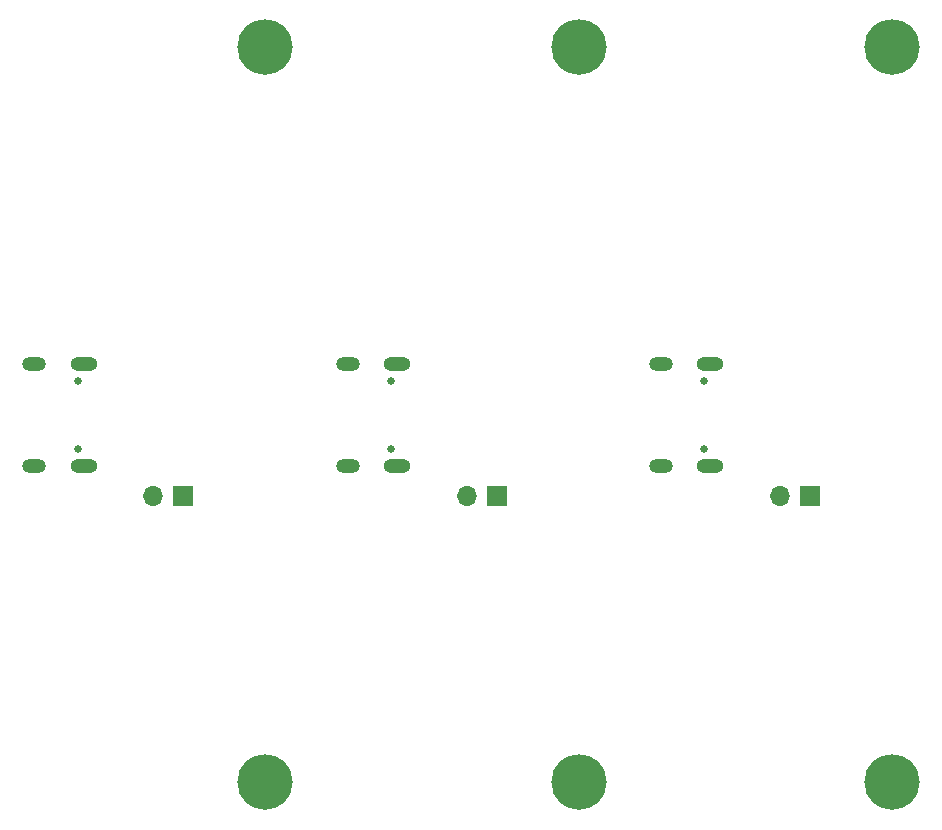
<source format=gbr>
%TF.GenerationSoftware,KiCad,Pcbnew,8.0.5*%
%TF.CreationDate,2025-01-30T01:50:55+01:00*%
%TF.ProjectId,LAMP_OUTDOOR_BATTERY_PANEL,4c414d50-5f4f-4555-9444-4f4f525f4241,rev?*%
%TF.SameCoordinates,Original*%
%TF.FileFunction,Soldermask,Bot*%
%TF.FilePolarity,Negative*%
%FSLAX46Y46*%
G04 Gerber Fmt 4.6, Leading zero omitted, Abs format (unit mm)*
G04 Created by KiCad (PCBNEW 8.0.5) date 2025-01-30 01:50:55*
%MOMM*%
%LPD*%
G01*
G04 APERTURE LIST*
%ADD10O,2.004000X1.204000*%
%ADD11O,2.304000X1.204000*%
%ADD12C,0.650000*%
%ADD13C,4.700000*%
%ADD14C,3.100000*%
%ADD15O,1.700000X1.700000*%
%ADD16R,1.700000X1.700000*%
G04 APERTURE END LIST*
D10*
%TO.C,J1*%
X138205000Y-96250000D03*
X138205000Y-87610000D03*
D11*
X142385000Y-96250000D03*
X142385000Y-87610000D03*
D12*
X141885000Y-94820000D03*
X141885000Y-89040000D03*
%TD*%
D13*
%TO.C,REF\u002A\u002A*%
X157764700Y-123050400D03*
D14*
X157764700Y-123050400D03*
%TD*%
D13*
%TO.C,REF\u002A\u002A*%
X157764700Y-60789600D03*
D14*
X157764700Y-60789600D03*
%TD*%
D13*
%TO.C,*%
X157764700Y-123050400D03*
%TD*%
D15*
%TO.C,SW1*%
X148290000Y-98810000D03*
D16*
X150830000Y-98810000D03*
%TD*%
D13*
%TO.C,REF\u002A\u002A*%
X184294400Y-123050400D03*
D14*
X184294400Y-123050400D03*
%TD*%
D13*
%TO.C,*%
X184294400Y-123050400D03*
%TD*%
%TO.C,REF\u002A\u002A*%
X184294400Y-60789600D03*
D14*
X184294400Y-60789600D03*
%TD*%
D15*
%TO.C,SW1*%
X174819700Y-98810000D03*
D16*
X177359700Y-98810000D03*
%TD*%
D10*
%TO.C,J1*%
X164734700Y-96250000D03*
X164734700Y-87610000D03*
D11*
X168914700Y-96250000D03*
X168914700Y-87610000D03*
D12*
X168414700Y-94820000D03*
X168414700Y-89040000D03*
%TD*%
D13*
%TO.C,REF\u002A\u002A*%
X210824400Y-123050400D03*
D14*
X210824400Y-123050400D03*
%TD*%
D13*
%TO.C,*%
X210824400Y-123050400D03*
%TD*%
%TO.C,REF\u002A\u002A*%
X210824400Y-60789600D03*
D14*
X210824400Y-60789600D03*
%TD*%
D15*
%TO.C,SW1*%
X201349700Y-98810000D03*
D16*
X203889700Y-98810000D03*
%TD*%
D10*
%TO.C,J1*%
X191264700Y-96250000D03*
X191264700Y-87610000D03*
D11*
X195444700Y-96250000D03*
X195444700Y-87610000D03*
D12*
X194944700Y-94820000D03*
X194944700Y-89040000D03*
%TD*%
M02*

</source>
